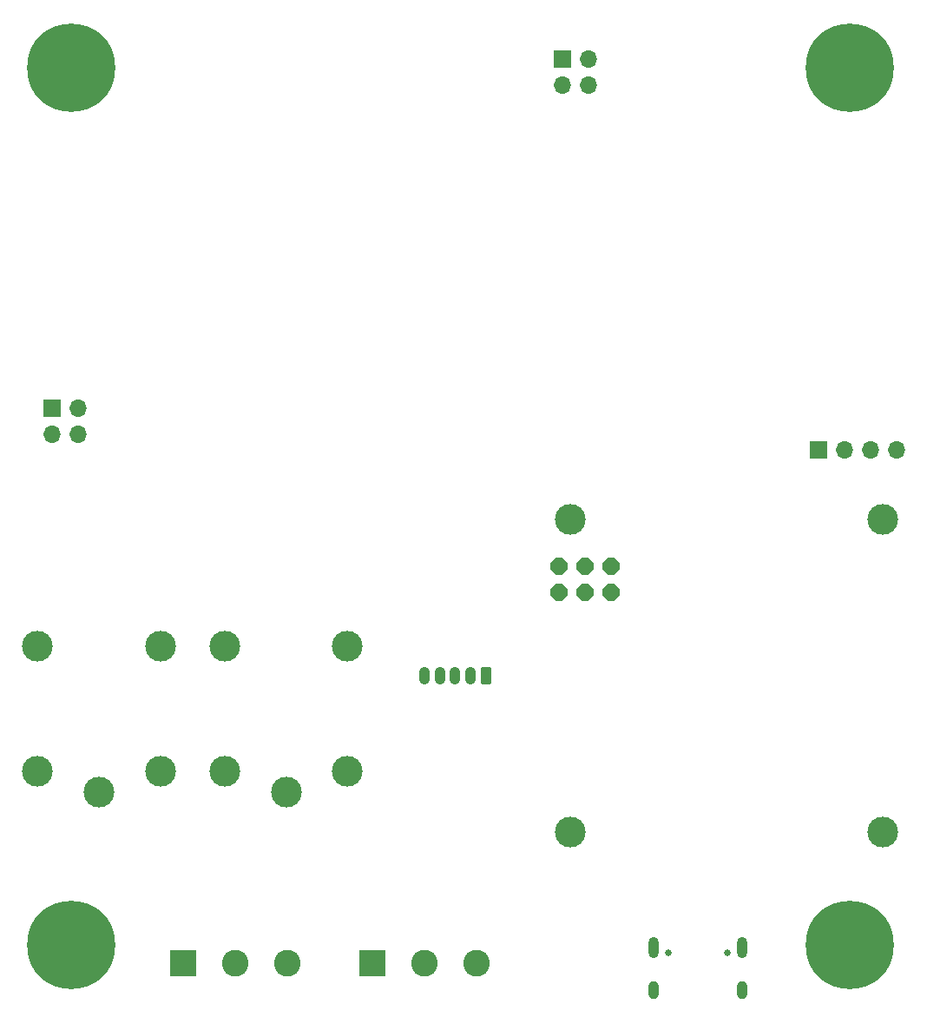
<source format=gbr>
%TF.GenerationSoftware,KiCad,Pcbnew,(7.0.0-0)*%
%TF.CreationDate,2023-04-22T21:22:07-04:00*%
%TF.ProjectId,KwartzLab-SensorBoard-Rev3,4b776172-747a-44c6-9162-2d53656e736f,3*%
%TF.SameCoordinates,Original*%
%TF.FileFunction,Soldermask,Bot*%
%TF.FilePolarity,Negative*%
%FSLAX46Y46*%
G04 Gerber Fmt 4.6, Leading zero omitted, Abs format (unit mm)*
G04 Created by KiCad (PCBNEW (7.0.0-0)) date 2023-04-22 21:22:07*
%MOMM*%
%LPD*%
G01*
G04 APERTURE LIST*
G04 Aperture macros list*
%AMRoundRect*
0 Rectangle with rounded corners*
0 $1 Rounding radius*
0 $2 $3 $4 $5 $6 $7 $8 $9 X,Y pos of 4 corners*
0 Add a 4 corners polygon primitive as box body*
4,1,4,$2,$3,$4,$5,$6,$7,$8,$9,$2,$3,0*
0 Add four circle primitives for the rounded corners*
1,1,$1+$1,$2,$3*
1,1,$1+$1,$4,$5*
1,1,$1+$1,$6,$7*
1,1,$1+$1,$8,$9*
0 Add four rect primitives between the rounded corners*
20,1,$1+$1,$2,$3,$4,$5,0*
20,1,$1+$1,$4,$5,$6,$7,0*
20,1,$1+$1,$6,$7,$8,$9,0*
20,1,$1+$1,$8,$9,$2,$3,0*%
%AMFreePoly0*
4,1,17,0.356937,0.810921,0.810921,0.356937,0.825800,0.321016,0.825800,-0.321016,0.810921,-0.356937,0.356937,-0.810921,0.321016,-0.825800,-0.321016,-0.825800,-0.356937,-0.810921,-0.810921,-0.356937,-0.825800,-0.321016,-0.825800,0.321016,-0.810921,0.356937,-0.356937,0.810921,-0.321016,0.825800,0.321016,0.825800,0.356937,0.810921,0.356937,0.810921,$1*%
G04 Aperture macros list end*
%ADD10R,1.700000X1.700000*%
%ADD11O,1.700000X1.700000*%
%ADD12C,0.900000*%
%ADD13C,8.600000*%
%ADD14RoundRect,0.250000X0.265000X0.615000X-0.265000X0.615000X-0.265000X-0.615000X0.265000X-0.615000X0*%
%ADD15O,1.030000X1.730000*%
%ADD16C,3.000000*%
%ADD17R,2.600000X2.600000*%
%ADD18C,2.600000*%
%ADD19FreePoly0,180.000000*%
%ADD20C,0.650000*%
%ADD21O,1.000000X2.100000*%
%ADD22O,1.000000X1.800000*%
G04 APERTURE END LIST*
D10*
%TO.C,J8*%
X94999999Y-99269999D03*
D11*
X97539999Y-99269999D03*
X94999999Y-101809999D03*
X97539999Y-101809999D03*
%TD*%
D12*
%TO.C,H3*%
X169557188Y-66150000D03*
X170501769Y-63869581D03*
X170501769Y-68430419D03*
X172782188Y-62925000D03*
D13*
X172782188Y-66150000D03*
D12*
X172782188Y-69375000D03*
X175062607Y-63869581D03*
X175062607Y-68430419D03*
X176007188Y-66150000D03*
%TD*%
%TO.C,H1*%
X93600000Y-151650000D03*
X94544581Y-149369581D03*
X94544581Y-153930419D03*
X96825000Y-148425000D03*
D13*
X96825000Y-151650000D03*
D12*
X96825000Y-154875000D03*
X99105419Y-149369581D03*
X99105419Y-153930419D03*
X100050000Y-151650000D03*
%TD*%
D10*
%TO.C,J1*%
X169719999Y-103399999D03*
D11*
X172259999Y-103399999D03*
X174799999Y-103399999D03*
X177339999Y-103399999D03*
%TD*%
D12*
%TO.C,H4*%
X93600000Y-66150000D03*
X94544581Y-63869581D03*
X94544581Y-68430419D03*
X96825000Y-62925000D03*
D13*
X96825000Y-66150000D03*
D12*
X96825000Y-69375000D03*
X99105419Y-63869581D03*
X99105419Y-68430419D03*
X100050000Y-66150000D03*
%TD*%
D14*
%TO.C,J3*%
X137300000Y-125400000D03*
D15*
X135799999Y-125399999D03*
X134299999Y-125399999D03*
X132799999Y-125399999D03*
X131299999Y-125399999D03*
%TD*%
D16*
%TO.C,K2*%
X117800000Y-136700000D03*
X111800000Y-122500000D03*
X123800000Y-122500000D03*
X123800000Y-134700000D03*
X111800000Y-134700000D03*
%TD*%
D12*
%TO.C,H2*%
X169544581Y-151650000D03*
X170489162Y-149369581D03*
X170489162Y-153930419D03*
X172769581Y-148425000D03*
D13*
X172769581Y-151650000D03*
D12*
X172769581Y-154875000D03*
X175050000Y-149369581D03*
X175050000Y-153930419D03*
X175994581Y-151650000D03*
%TD*%
D17*
%TO.C,J6*%
X126214999Y-153399999D03*
D18*
X131295000Y-153400000D03*
X136375000Y-153400000D03*
%TD*%
D17*
%TO.C,J5*%
X107799999Y-153399999D03*
D18*
X112880000Y-153400000D03*
X117960000Y-153400000D03*
%TD*%
D16*
%TO.C,J4*%
X176023128Y-140594944D03*
X176023128Y-110114944D03*
X145543128Y-140594944D03*
X145543128Y-110114944D03*
D19*
X149482928Y-114684144D03*
X149482928Y-117224144D03*
X146942928Y-114684144D03*
X146942928Y-117224144D03*
X144402928Y-114684144D03*
X144402928Y-117224144D03*
%TD*%
D20*
%TO.C,J2*%
X155090000Y-152370000D03*
X160870000Y-152370000D03*
D21*
X153659999Y-151869999D03*
D22*
X153659999Y-156049999D03*
D21*
X162299999Y-151869999D03*
D22*
X162299999Y-156049999D03*
%TD*%
D10*
%TO.C,J9*%
X144799999Y-65259999D03*
D11*
X147339999Y-65259999D03*
X144799999Y-67799999D03*
X147339999Y-67799999D03*
%TD*%
D16*
%TO.C,K1*%
X99550000Y-136700000D03*
X93550000Y-122500000D03*
X105550000Y-122500000D03*
X105550000Y-134700000D03*
X93550000Y-134700000D03*
%TD*%
M02*

</source>
